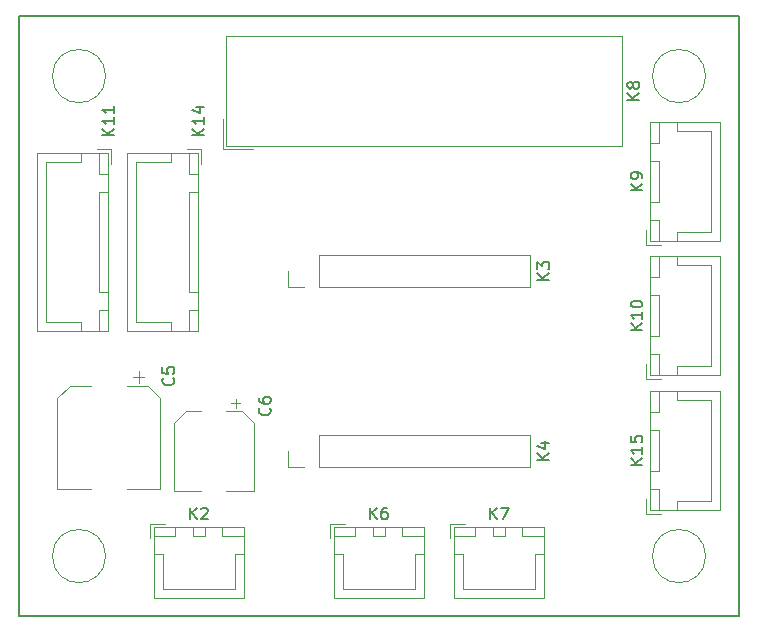
<source format=gbr>
G04 #@! TF.GenerationSoftware,KiCad,Pcbnew,5.0.2-bee76a0~70~ubuntu18.04.1*
G04 #@! TF.CreationDate,2019-02-21T11:41:22+01:00*
G04 #@! TF.ProjectId,PCB_Interface,5043425f-496e-4746-9572-666163652e6b,rev?*
G04 #@! TF.SameCoordinates,Original*
G04 #@! TF.FileFunction,Legend,Top*
G04 #@! TF.FilePolarity,Positive*
%FSLAX46Y46*%
G04 Gerber Fmt 4.6, Leading zero omitted, Abs format (unit mm)*
G04 Created by KiCad (PCBNEW 5.0.2-bee76a0~70~ubuntu18.04.1) date jeu. 21 févr. 2019 11:41:22 CET*
%MOMM*%
%LPD*%
G01*
G04 APERTURE LIST*
%ADD10C,0.150000*%
%ADD11C,0.120000*%
G04 APERTURE END LIST*
D10*
X83820000Y-119380000D02*
X83820000Y-68580000D01*
X144780000Y-119380000D02*
X83820000Y-119380000D01*
X144780000Y-68580000D02*
X144780000Y-119380000D01*
X83820000Y-68580000D02*
X144780000Y-68580000D01*
D11*
G04 #@! TO.C,K8*
X101080000Y-79855000D02*
X101080000Y-77315000D01*
X101080000Y-79855000D02*
X103620000Y-79855000D01*
X101330000Y-79605000D02*
X101330000Y-70255000D01*
X134890000Y-79605000D02*
X101330000Y-79605000D01*
X134890000Y-70255000D02*
X134890000Y-79605000D01*
X101330000Y-70255000D02*
X134890000Y-70255000D01*
G04 #@! TO.C,K9*
X137240000Y-87650000D02*
X143210000Y-87650000D01*
X143210000Y-87650000D02*
X143210000Y-77530000D01*
X143210000Y-77530000D02*
X137240000Y-77530000D01*
X137240000Y-77530000D02*
X137240000Y-87650000D01*
X137250000Y-84340000D02*
X138000000Y-84340000D01*
X138000000Y-84340000D02*
X138000000Y-80840000D01*
X138000000Y-80840000D02*
X137250000Y-80840000D01*
X137250000Y-80840000D02*
X137250000Y-84340000D01*
X137250000Y-87640000D02*
X138000000Y-87640000D01*
X138000000Y-87640000D02*
X138000000Y-85840000D01*
X138000000Y-85840000D02*
X137250000Y-85840000D01*
X137250000Y-85840000D02*
X137250000Y-87640000D01*
X137250000Y-79340000D02*
X138000000Y-79340000D01*
X138000000Y-79340000D02*
X138000000Y-77540000D01*
X138000000Y-77540000D02*
X137250000Y-77540000D01*
X137250000Y-77540000D02*
X137250000Y-79340000D01*
X139500000Y-87640000D02*
X139500000Y-86890000D01*
X139500000Y-86890000D02*
X142450000Y-86890000D01*
X142450000Y-86890000D02*
X142450000Y-82590000D01*
X139500000Y-77540000D02*
X139500000Y-78290000D01*
X139500000Y-78290000D02*
X142450000Y-78290000D01*
X142450000Y-78290000D02*
X142450000Y-82590000D01*
X136950000Y-86690000D02*
X136950000Y-87940000D01*
X136950000Y-87940000D02*
X138200000Y-87940000D01*
G04 #@! TO.C,K14*
X98980000Y-80150000D02*
X93010000Y-80150000D01*
X93010000Y-80150000D02*
X93010000Y-95270000D01*
X93010000Y-95270000D02*
X98980000Y-95270000D01*
X98980000Y-95270000D02*
X98980000Y-80150000D01*
X98970000Y-83460000D02*
X98220000Y-83460000D01*
X98220000Y-83460000D02*
X98220000Y-91960000D01*
X98220000Y-91960000D02*
X98970000Y-91960000D01*
X98970000Y-91960000D02*
X98970000Y-83460000D01*
X98970000Y-80160000D02*
X98220000Y-80160000D01*
X98220000Y-80160000D02*
X98220000Y-81960000D01*
X98220000Y-81960000D02*
X98970000Y-81960000D01*
X98970000Y-81960000D02*
X98970000Y-80160000D01*
X98970000Y-93460000D02*
X98220000Y-93460000D01*
X98220000Y-93460000D02*
X98220000Y-95260000D01*
X98220000Y-95260000D02*
X98970000Y-95260000D01*
X98970000Y-95260000D02*
X98970000Y-93460000D01*
X96720000Y-80160000D02*
X96720000Y-80910000D01*
X96720000Y-80910000D02*
X93770000Y-80910000D01*
X93770000Y-80910000D02*
X93770000Y-87710000D01*
X96720000Y-95260000D02*
X96720000Y-94510000D01*
X96720000Y-94510000D02*
X93770000Y-94510000D01*
X93770000Y-94510000D02*
X93770000Y-87710000D01*
X99270000Y-81110000D02*
X99270000Y-79860000D01*
X99270000Y-79860000D02*
X98020000Y-79860000D01*
G04 #@! TO.C,*
X91150000Y-114300000D02*
G75*
G03X91150000Y-114300000I-2250000J0D01*
G01*
X141950000Y-114300000D02*
G75*
G03X141950000Y-114300000I-2250000J0D01*
G01*
X91150000Y-73660000D02*
G75*
G03X91150000Y-73660000I-2250000J0D01*
G01*
X141950000Y-73660000D02*
G75*
G03X141950000Y-73660000I-2250000J0D01*
G01*
G04 #@! TO.C,C5*
X87080000Y-108610000D02*
X89930000Y-108610000D01*
X95800000Y-108610000D02*
X92950000Y-108610000D01*
X95800000Y-100954437D02*
X95800000Y-108610000D01*
X87080000Y-100954437D02*
X87080000Y-108610000D01*
X88144437Y-99890000D02*
X89930000Y-99890000D01*
X94735563Y-99890000D02*
X92950000Y-99890000D01*
X94735563Y-99890000D02*
X95800000Y-100954437D01*
X88144437Y-99890000D02*
X87080000Y-100954437D01*
X93950000Y-98650000D02*
X93950000Y-99650000D01*
X94450000Y-99150000D02*
X93450000Y-99150000D01*
G04 #@! TO.C,C6*
X96920000Y-108820000D02*
X99270000Y-108820000D01*
X103740000Y-108820000D02*
X101390000Y-108820000D01*
X103740000Y-103064437D02*
X103740000Y-108820000D01*
X96920000Y-103064437D02*
X96920000Y-108820000D01*
X97984437Y-102000000D02*
X99270000Y-102000000D01*
X102675563Y-102000000D02*
X101390000Y-102000000D01*
X102675563Y-102000000D02*
X103740000Y-103064437D01*
X97984437Y-102000000D02*
X96920000Y-103064437D01*
X102177500Y-100972500D02*
X102177500Y-101760000D01*
X102571250Y-101366250D02*
X101783750Y-101366250D01*
G04 #@! TO.C,K2*
X95230000Y-111840000D02*
X95230000Y-117810000D01*
X95230000Y-117810000D02*
X102850000Y-117810000D01*
X102850000Y-117810000D02*
X102850000Y-111840000D01*
X102850000Y-111840000D02*
X95230000Y-111840000D01*
X98540000Y-111850000D02*
X98540000Y-112600000D01*
X98540000Y-112600000D02*
X99540000Y-112600000D01*
X99540000Y-112600000D02*
X99540000Y-111850000D01*
X99540000Y-111850000D02*
X98540000Y-111850000D01*
X95240000Y-111850000D02*
X95240000Y-112600000D01*
X95240000Y-112600000D02*
X97040000Y-112600000D01*
X97040000Y-112600000D02*
X97040000Y-111850000D01*
X97040000Y-111850000D02*
X95240000Y-111850000D01*
X101040000Y-111850000D02*
X101040000Y-112600000D01*
X101040000Y-112600000D02*
X102840000Y-112600000D01*
X102840000Y-112600000D02*
X102840000Y-111850000D01*
X102840000Y-111850000D02*
X101040000Y-111850000D01*
X95240000Y-114100000D02*
X95990000Y-114100000D01*
X95990000Y-114100000D02*
X95990000Y-117050000D01*
X95990000Y-117050000D02*
X99040000Y-117050000D01*
X102840000Y-114100000D02*
X102090000Y-114100000D01*
X102090000Y-114100000D02*
X102090000Y-117050000D01*
X102090000Y-117050000D02*
X99040000Y-117050000D01*
X96190000Y-111550000D02*
X94940000Y-111550000D01*
X94940000Y-111550000D02*
X94940000Y-112800000D01*
G04 #@! TO.C,K3*
X106620000Y-91500000D02*
X106620000Y-90170000D01*
X107950000Y-91500000D02*
X106620000Y-91500000D01*
X109220000Y-91500000D02*
X109220000Y-88840000D01*
X109220000Y-88840000D02*
X127060000Y-88840000D01*
X109220000Y-91500000D02*
X127060000Y-91500000D01*
X127060000Y-91500000D02*
X127060000Y-88840000D01*
G04 #@! TO.C,K4*
X127060000Y-106740000D02*
X127060000Y-104080000D01*
X109220000Y-106740000D02*
X127060000Y-106740000D01*
X109220000Y-104080000D02*
X127060000Y-104080000D01*
X109220000Y-106740000D02*
X109220000Y-104080000D01*
X107950000Y-106740000D02*
X106620000Y-106740000D01*
X106620000Y-106740000D02*
X106620000Y-105410000D01*
G04 #@! TO.C,K6*
X110470000Y-111840000D02*
X110470000Y-117810000D01*
X110470000Y-117810000D02*
X118090000Y-117810000D01*
X118090000Y-117810000D02*
X118090000Y-111840000D01*
X118090000Y-111840000D02*
X110470000Y-111840000D01*
X113780000Y-111850000D02*
X113780000Y-112600000D01*
X113780000Y-112600000D02*
X114780000Y-112600000D01*
X114780000Y-112600000D02*
X114780000Y-111850000D01*
X114780000Y-111850000D02*
X113780000Y-111850000D01*
X110480000Y-111850000D02*
X110480000Y-112600000D01*
X110480000Y-112600000D02*
X112280000Y-112600000D01*
X112280000Y-112600000D02*
X112280000Y-111850000D01*
X112280000Y-111850000D02*
X110480000Y-111850000D01*
X116280000Y-111850000D02*
X116280000Y-112600000D01*
X116280000Y-112600000D02*
X118080000Y-112600000D01*
X118080000Y-112600000D02*
X118080000Y-111850000D01*
X118080000Y-111850000D02*
X116280000Y-111850000D01*
X110480000Y-114100000D02*
X111230000Y-114100000D01*
X111230000Y-114100000D02*
X111230000Y-117050000D01*
X111230000Y-117050000D02*
X114280000Y-117050000D01*
X118080000Y-114100000D02*
X117330000Y-114100000D01*
X117330000Y-114100000D02*
X117330000Y-117050000D01*
X117330000Y-117050000D02*
X114280000Y-117050000D01*
X111430000Y-111550000D02*
X110180000Y-111550000D01*
X110180000Y-111550000D02*
X110180000Y-112800000D01*
G04 #@! TO.C,K7*
X120340000Y-111550000D02*
X120340000Y-112800000D01*
X121590000Y-111550000D02*
X120340000Y-111550000D01*
X127490000Y-117050000D02*
X124440000Y-117050000D01*
X127490000Y-114100000D02*
X127490000Y-117050000D01*
X128240000Y-114100000D02*
X127490000Y-114100000D01*
X121390000Y-117050000D02*
X124440000Y-117050000D01*
X121390000Y-114100000D02*
X121390000Y-117050000D01*
X120640000Y-114100000D02*
X121390000Y-114100000D01*
X128240000Y-111850000D02*
X126440000Y-111850000D01*
X128240000Y-112600000D02*
X128240000Y-111850000D01*
X126440000Y-112600000D02*
X128240000Y-112600000D01*
X126440000Y-111850000D02*
X126440000Y-112600000D01*
X122440000Y-111850000D02*
X120640000Y-111850000D01*
X122440000Y-112600000D02*
X122440000Y-111850000D01*
X120640000Y-112600000D02*
X122440000Y-112600000D01*
X120640000Y-111850000D02*
X120640000Y-112600000D01*
X124940000Y-111850000D02*
X123940000Y-111850000D01*
X124940000Y-112600000D02*
X124940000Y-111850000D01*
X123940000Y-112600000D02*
X124940000Y-112600000D01*
X123940000Y-111850000D02*
X123940000Y-112600000D01*
X128250000Y-111840000D02*
X120630000Y-111840000D01*
X128250000Y-117810000D02*
X128250000Y-111840000D01*
X120630000Y-117810000D02*
X128250000Y-117810000D01*
X120630000Y-111840000D02*
X120630000Y-117810000D01*
G04 #@! TO.C,K10*
X136950000Y-99290000D02*
X138200000Y-99290000D01*
X136950000Y-98040000D02*
X136950000Y-99290000D01*
X142450000Y-89640000D02*
X142450000Y-93940000D01*
X139500000Y-89640000D02*
X142450000Y-89640000D01*
X139500000Y-88890000D02*
X139500000Y-89640000D01*
X142450000Y-98240000D02*
X142450000Y-93940000D01*
X139500000Y-98240000D02*
X142450000Y-98240000D01*
X139500000Y-98990000D02*
X139500000Y-98240000D01*
X137250000Y-88890000D02*
X137250000Y-90690000D01*
X138000000Y-88890000D02*
X137250000Y-88890000D01*
X138000000Y-90690000D02*
X138000000Y-88890000D01*
X137250000Y-90690000D02*
X138000000Y-90690000D01*
X137250000Y-97190000D02*
X137250000Y-98990000D01*
X138000000Y-97190000D02*
X137250000Y-97190000D01*
X138000000Y-98990000D02*
X138000000Y-97190000D01*
X137250000Y-98990000D02*
X138000000Y-98990000D01*
X137250000Y-92190000D02*
X137250000Y-95690000D01*
X138000000Y-92190000D02*
X137250000Y-92190000D01*
X138000000Y-95690000D02*
X138000000Y-92190000D01*
X137250000Y-95690000D02*
X138000000Y-95690000D01*
X137240000Y-88880000D02*
X137240000Y-99000000D01*
X143210000Y-88880000D02*
X137240000Y-88880000D01*
X143210000Y-99000000D02*
X143210000Y-88880000D01*
X137240000Y-99000000D02*
X143210000Y-99000000D01*
G04 #@! TO.C,K11*
X91650000Y-79860000D02*
X90400000Y-79860000D01*
X91650000Y-81110000D02*
X91650000Y-79860000D01*
X86150000Y-94510000D02*
X86150000Y-87710000D01*
X89100000Y-94510000D02*
X86150000Y-94510000D01*
X89100000Y-95260000D02*
X89100000Y-94510000D01*
X86150000Y-80910000D02*
X86150000Y-87710000D01*
X89100000Y-80910000D02*
X86150000Y-80910000D01*
X89100000Y-80160000D02*
X89100000Y-80910000D01*
X91350000Y-95260000D02*
X91350000Y-93460000D01*
X90600000Y-95260000D02*
X91350000Y-95260000D01*
X90600000Y-93460000D02*
X90600000Y-95260000D01*
X91350000Y-93460000D02*
X90600000Y-93460000D01*
X91350000Y-81960000D02*
X91350000Y-80160000D01*
X90600000Y-81960000D02*
X91350000Y-81960000D01*
X90600000Y-80160000D02*
X90600000Y-81960000D01*
X91350000Y-80160000D02*
X90600000Y-80160000D01*
X91350000Y-91960000D02*
X91350000Y-83460000D01*
X90600000Y-91960000D02*
X91350000Y-91960000D01*
X90600000Y-83460000D02*
X90600000Y-91960000D01*
X91350000Y-83460000D02*
X90600000Y-83460000D01*
X91360000Y-95270000D02*
X91360000Y-80150000D01*
X85390000Y-95270000D02*
X91360000Y-95270000D01*
X85390000Y-80150000D02*
X85390000Y-95270000D01*
X91360000Y-80150000D02*
X85390000Y-80150000D01*
G04 #@! TO.C,K15*
X137240000Y-110430000D02*
X143210000Y-110430000D01*
X143210000Y-110430000D02*
X143210000Y-100310000D01*
X143210000Y-100310000D02*
X137240000Y-100310000D01*
X137240000Y-100310000D02*
X137240000Y-110430000D01*
X137250000Y-107120000D02*
X138000000Y-107120000D01*
X138000000Y-107120000D02*
X138000000Y-103620000D01*
X138000000Y-103620000D02*
X137250000Y-103620000D01*
X137250000Y-103620000D02*
X137250000Y-107120000D01*
X137250000Y-110420000D02*
X138000000Y-110420000D01*
X138000000Y-110420000D02*
X138000000Y-108620000D01*
X138000000Y-108620000D02*
X137250000Y-108620000D01*
X137250000Y-108620000D02*
X137250000Y-110420000D01*
X137250000Y-102120000D02*
X138000000Y-102120000D01*
X138000000Y-102120000D02*
X138000000Y-100320000D01*
X138000000Y-100320000D02*
X137250000Y-100320000D01*
X137250000Y-100320000D02*
X137250000Y-102120000D01*
X139500000Y-110420000D02*
X139500000Y-109670000D01*
X139500000Y-109670000D02*
X142450000Y-109670000D01*
X142450000Y-109670000D02*
X142450000Y-105370000D01*
X139500000Y-100320000D02*
X139500000Y-101070000D01*
X139500000Y-101070000D02*
X142450000Y-101070000D01*
X142450000Y-101070000D02*
X142450000Y-105370000D01*
X136950000Y-109470000D02*
X136950000Y-110720000D01*
X136950000Y-110720000D02*
X138200000Y-110720000D01*
G04 #@! TD*
G04 #@! TO.C,K8*
D10*
X136342380Y-75668095D02*
X135342380Y-75668095D01*
X136342380Y-75096666D02*
X135770952Y-75525238D01*
X135342380Y-75096666D02*
X135913809Y-75668095D01*
X135770952Y-74525238D02*
X135723333Y-74620476D01*
X135675714Y-74668095D01*
X135580476Y-74715714D01*
X135532857Y-74715714D01*
X135437619Y-74668095D01*
X135390000Y-74620476D01*
X135342380Y-74525238D01*
X135342380Y-74334761D01*
X135390000Y-74239523D01*
X135437619Y-74191904D01*
X135532857Y-74144285D01*
X135580476Y-74144285D01*
X135675714Y-74191904D01*
X135723333Y-74239523D01*
X135770952Y-74334761D01*
X135770952Y-74525238D01*
X135818571Y-74620476D01*
X135866190Y-74668095D01*
X135961428Y-74715714D01*
X136151904Y-74715714D01*
X136247142Y-74668095D01*
X136294761Y-74620476D01*
X136342380Y-74525238D01*
X136342380Y-74334761D01*
X136294761Y-74239523D01*
X136247142Y-74191904D01*
X136151904Y-74144285D01*
X135961428Y-74144285D01*
X135866190Y-74191904D01*
X135818571Y-74239523D01*
X135770952Y-74334761D01*
G04 #@! TO.C,K9*
X136602380Y-83328095D02*
X135602380Y-83328095D01*
X136602380Y-82756666D02*
X136030952Y-83185238D01*
X135602380Y-82756666D02*
X136173809Y-83328095D01*
X136602380Y-82280476D02*
X136602380Y-82090000D01*
X136554761Y-81994761D01*
X136507142Y-81947142D01*
X136364285Y-81851904D01*
X136173809Y-81804285D01*
X135792857Y-81804285D01*
X135697619Y-81851904D01*
X135650000Y-81899523D01*
X135602380Y-81994761D01*
X135602380Y-82185238D01*
X135650000Y-82280476D01*
X135697619Y-82328095D01*
X135792857Y-82375714D01*
X136030952Y-82375714D01*
X136126190Y-82328095D01*
X136173809Y-82280476D01*
X136221428Y-82185238D01*
X136221428Y-81994761D01*
X136173809Y-81899523D01*
X136126190Y-81851904D01*
X136030952Y-81804285D01*
G04 #@! TO.C,K14*
X99512380Y-78684285D02*
X98512380Y-78684285D01*
X99512380Y-78112857D02*
X98940952Y-78541428D01*
X98512380Y-78112857D02*
X99083809Y-78684285D01*
X99512380Y-77160476D02*
X99512380Y-77731904D01*
X99512380Y-77446190D02*
X98512380Y-77446190D01*
X98655238Y-77541428D01*
X98750476Y-77636666D01*
X98798095Y-77731904D01*
X98845714Y-76303333D02*
X99512380Y-76303333D01*
X98464761Y-76541428D02*
X99179047Y-76779523D01*
X99179047Y-76160476D01*
G04 #@! TO.C,*
G04 #@! TO.C,C5*
X96877142Y-99226666D02*
X96924761Y-99274285D01*
X96972380Y-99417142D01*
X96972380Y-99512380D01*
X96924761Y-99655238D01*
X96829523Y-99750476D01*
X96734285Y-99798095D01*
X96543809Y-99845714D01*
X96400952Y-99845714D01*
X96210476Y-99798095D01*
X96115238Y-99750476D01*
X96020000Y-99655238D01*
X95972380Y-99512380D01*
X95972380Y-99417142D01*
X96020000Y-99274285D01*
X96067619Y-99226666D01*
X95972380Y-98321904D02*
X95972380Y-98798095D01*
X96448571Y-98845714D01*
X96400952Y-98798095D01*
X96353333Y-98702857D01*
X96353333Y-98464761D01*
X96400952Y-98369523D01*
X96448571Y-98321904D01*
X96543809Y-98274285D01*
X96781904Y-98274285D01*
X96877142Y-98321904D01*
X96924761Y-98369523D01*
X96972380Y-98464761D01*
X96972380Y-98702857D01*
X96924761Y-98798095D01*
X96877142Y-98845714D01*
G04 #@! TO.C,C6*
X105037142Y-101766666D02*
X105084761Y-101814285D01*
X105132380Y-101957142D01*
X105132380Y-102052380D01*
X105084761Y-102195238D01*
X104989523Y-102290476D01*
X104894285Y-102338095D01*
X104703809Y-102385714D01*
X104560952Y-102385714D01*
X104370476Y-102338095D01*
X104275238Y-102290476D01*
X104180000Y-102195238D01*
X104132380Y-102052380D01*
X104132380Y-101957142D01*
X104180000Y-101814285D01*
X104227619Y-101766666D01*
X104132380Y-100909523D02*
X104132380Y-101100000D01*
X104180000Y-101195238D01*
X104227619Y-101242857D01*
X104370476Y-101338095D01*
X104560952Y-101385714D01*
X104941904Y-101385714D01*
X105037142Y-101338095D01*
X105084761Y-101290476D01*
X105132380Y-101195238D01*
X105132380Y-101004761D01*
X105084761Y-100909523D01*
X105037142Y-100861904D01*
X104941904Y-100814285D01*
X104703809Y-100814285D01*
X104608571Y-100861904D01*
X104560952Y-100909523D01*
X104513333Y-101004761D01*
X104513333Y-101195238D01*
X104560952Y-101290476D01*
X104608571Y-101338095D01*
X104703809Y-101385714D01*
G04 #@! TO.C,K2*
X98301904Y-111202380D02*
X98301904Y-110202380D01*
X98873333Y-111202380D02*
X98444761Y-110630952D01*
X98873333Y-110202380D02*
X98301904Y-110773809D01*
X99254285Y-110297619D02*
X99301904Y-110250000D01*
X99397142Y-110202380D01*
X99635238Y-110202380D01*
X99730476Y-110250000D01*
X99778095Y-110297619D01*
X99825714Y-110392857D01*
X99825714Y-110488095D01*
X99778095Y-110630952D01*
X99206666Y-111202380D01*
X99825714Y-111202380D01*
G04 #@! TO.C,K3*
X128722380Y-90908095D02*
X127722380Y-90908095D01*
X128722380Y-90336666D02*
X128150952Y-90765238D01*
X127722380Y-90336666D02*
X128293809Y-90908095D01*
X127722380Y-90003333D02*
X127722380Y-89384285D01*
X128103333Y-89717619D01*
X128103333Y-89574761D01*
X128150952Y-89479523D01*
X128198571Y-89431904D01*
X128293809Y-89384285D01*
X128531904Y-89384285D01*
X128627142Y-89431904D01*
X128674761Y-89479523D01*
X128722380Y-89574761D01*
X128722380Y-89860476D01*
X128674761Y-89955714D01*
X128627142Y-90003333D01*
G04 #@! TO.C,K4*
X128722380Y-106148095D02*
X127722380Y-106148095D01*
X128722380Y-105576666D02*
X128150952Y-106005238D01*
X127722380Y-105576666D02*
X128293809Y-106148095D01*
X128055714Y-104719523D02*
X128722380Y-104719523D01*
X127674761Y-104957619D02*
X128389047Y-105195714D01*
X128389047Y-104576666D01*
G04 #@! TO.C,K6*
X113541904Y-111202380D02*
X113541904Y-110202380D01*
X114113333Y-111202380D02*
X113684761Y-110630952D01*
X114113333Y-110202380D02*
X113541904Y-110773809D01*
X114970476Y-110202380D02*
X114780000Y-110202380D01*
X114684761Y-110250000D01*
X114637142Y-110297619D01*
X114541904Y-110440476D01*
X114494285Y-110630952D01*
X114494285Y-111011904D01*
X114541904Y-111107142D01*
X114589523Y-111154761D01*
X114684761Y-111202380D01*
X114875238Y-111202380D01*
X114970476Y-111154761D01*
X115018095Y-111107142D01*
X115065714Y-111011904D01*
X115065714Y-110773809D01*
X115018095Y-110678571D01*
X114970476Y-110630952D01*
X114875238Y-110583333D01*
X114684761Y-110583333D01*
X114589523Y-110630952D01*
X114541904Y-110678571D01*
X114494285Y-110773809D01*
G04 #@! TO.C,K7*
X123701904Y-111202380D02*
X123701904Y-110202380D01*
X124273333Y-111202380D02*
X123844761Y-110630952D01*
X124273333Y-110202380D02*
X123701904Y-110773809D01*
X124606666Y-110202380D02*
X125273333Y-110202380D01*
X124844761Y-111202380D01*
G04 #@! TO.C,K10*
X136602380Y-95154285D02*
X135602380Y-95154285D01*
X136602380Y-94582857D02*
X136030952Y-95011428D01*
X135602380Y-94582857D02*
X136173809Y-95154285D01*
X136602380Y-93630476D02*
X136602380Y-94201904D01*
X136602380Y-93916190D02*
X135602380Y-93916190D01*
X135745238Y-94011428D01*
X135840476Y-94106666D01*
X135888095Y-94201904D01*
X135602380Y-93011428D02*
X135602380Y-92916190D01*
X135650000Y-92820952D01*
X135697619Y-92773333D01*
X135792857Y-92725714D01*
X135983333Y-92678095D01*
X136221428Y-92678095D01*
X136411904Y-92725714D01*
X136507142Y-92773333D01*
X136554761Y-92820952D01*
X136602380Y-92916190D01*
X136602380Y-93011428D01*
X136554761Y-93106666D01*
X136507142Y-93154285D01*
X136411904Y-93201904D01*
X136221428Y-93249523D01*
X135983333Y-93249523D01*
X135792857Y-93201904D01*
X135697619Y-93154285D01*
X135650000Y-93106666D01*
X135602380Y-93011428D01*
G04 #@! TO.C,K11*
X91892380Y-78684285D02*
X90892380Y-78684285D01*
X91892380Y-78112857D02*
X91320952Y-78541428D01*
X90892380Y-78112857D02*
X91463809Y-78684285D01*
X91892380Y-77160476D02*
X91892380Y-77731904D01*
X91892380Y-77446190D02*
X90892380Y-77446190D01*
X91035238Y-77541428D01*
X91130476Y-77636666D01*
X91178095Y-77731904D01*
X91892380Y-76208095D02*
X91892380Y-76779523D01*
X91892380Y-76493809D02*
X90892380Y-76493809D01*
X91035238Y-76589047D01*
X91130476Y-76684285D01*
X91178095Y-76779523D01*
G04 #@! TO.C,K15*
X136602380Y-106584285D02*
X135602380Y-106584285D01*
X136602380Y-106012857D02*
X136030952Y-106441428D01*
X135602380Y-106012857D02*
X136173809Y-106584285D01*
X136602380Y-105060476D02*
X136602380Y-105631904D01*
X136602380Y-105346190D02*
X135602380Y-105346190D01*
X135745238Y-105441428D01*
X135840476Y-105536666D01*
X135888095Y-105631904D01*
X135602380Y-104155714D02*
X135602380Y-104631904D01*
X136078571Y-104679523D01*
X136030952Y-104631904D01*
X135983333Y-104536666D01*
X135983333Y-104298571D01*
X136030952Y-104203333D01*
X136078571Y-104155714D01*
X136173809Y-104108095D01*
X136411904Y-104108095D01*
X136507142Y-104155714D01*
X136554761Y-104203333D01*
X136602380Y-104298571D01*
X136602380Y-104536666D01*
X136554761Y-104631904D01*
X136507142Y-104679523D01*
G04 #@! TD*
M02*

</source>
